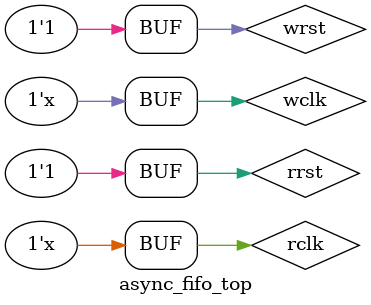
<source format=sv>
`include "async_fifo_test.sv"
`include "aysnc_fifo_interface.sv"

module async_fifo_top;

parameter WCLK_PERIOD = 12.5;
parameter RCLK_PERIOD = 20;
bit rclk,wclk,rrst,wrst;
  
always #(WCLK_PERIOD/2) wclk = ~wclk;
always #(RCLK_PERIOD/2) rclk = ~rclk;
  
initial 
begin
	wclk = '0;
    rclk = '0;
    wrst = '0;
    rrst = '0;
    
    #(WCLK_PERIOD*2) wrst = '1;
    #(RCLK_PERIOD*2) rrst = '1;
end

intf in (wclk,rclk,wrst,rrst);
test t1 (in);

asynchronous_fifo DUT (.wData(in.wData),
            .wFull(in.wFull),
            .wHalfFull(in.wHalfFull),
            .rEmpty(in.rEmpty),
            .rHalfEmpty(in.rHalfEmpty),
            .winc(in.winc),
            .rinc(in.rinc),
            .wclk(in.wclk),
            .rclk(in.rclk),
            .rrst(in.rrst),
            .wrst(in.wrst),
            .rData(in.rData)
);

endmodule

</source>
